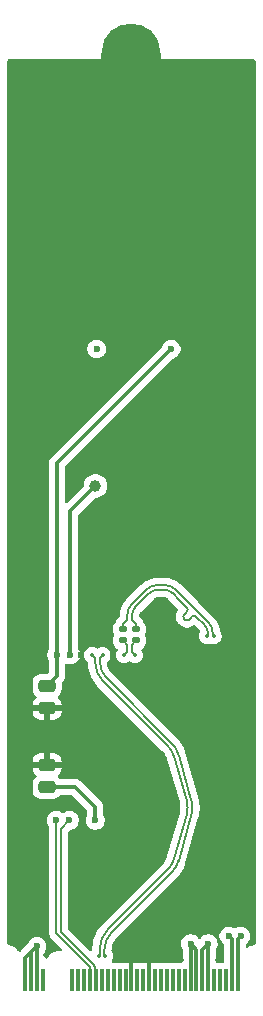
<source format=gbl>
%TF.GenerationSoftware,KiCad,Pcbnew,9.0.1*%
%TF.CreationDate,2025-04-25T13:26:34+02:00*%
%TF.ProjectId,m2-e-usdex,6d322d65-2d75-4736-9465-782e6b696361,rev?*%
%TF.SameCoordinates,Original*%
%TF.FileFunction,Copper,L6,Bot*%
%TF.FilePolarity,Positive*%
%FSLAX46Y46*%
G04 Gerber Fmt 4.6, Leading zero omitted, Abs format (unit mm)*
G04 Created by KiCad (PCBNEW 9.0.1) date 2025-04-25 13:26:34*
%MOMM*%
%LPD*%
G01*
G04 APERTURE LIST*
G04 Aperture macros list*
%AMRoundRect*
0 Rectangle with rounded corners*
0 $1 Rounding radius*
0 $2 $3 $4 $5 $6 $7 $8 $9 X,Y pos of 4 corners*
0 Add a 4 corners polygon primitive as box body*
4,1,4,$2,$3,$4,$5,$6,$7,$8,$9,$2,$3,0*
0 Add four circle primitives for the rounded corners*
1,1,$1+$1,$2,$3*
1,1,$1+$1,$4,$5*
1,1,$1+$1,$6,$7*
1,1,$1+$1,$8,$9*
0 Add four rect primitives between the rounded corners*
20,1,$1+$1,$2,$3,$4,$5,0*
20,1,$1+$1,$4,$5,$6,$7,0*
20,1,$1+$1,$6,$7,$8,$9,0*
20,1,$1+$1,$8,$9,$2,$3,0*%
G04 Aperture macros list end*
%TA.AperFunction,ConnectorPad*%
%ADD10R,0.350000X1.950000*%
%TD*%
%TA.AperFunction,ConnectorPad*%
%ADD11O,5.000000X6.000000*%
%TD*%
%TA.AperFunction,SMDPad,CuDef*%
%ADD12C,1.000000*%
%TD*%
%TA.AperFunction,SMDPad,CuDef*%
%ADD13RoundRect,0.250000X-0.475000X0.250000X-0.475000X-0.250000X0.475000X-0.250000X0.475000X0.250000X0*%
%TD*%
%TA.AperFunction,SMDPad,CuDef*%
%ADD14RoundRect,0.140000X0.170000X-0.140000X0.170000X0.140000X-0.170000X0.140000X-0.170000X-0.140000X0*%
%TD*%
%TA.AperFunction,SMDPad,CuDef*%
%ADD15RoundRect,0.140000X-0.170000X0.140000X-0.170000X-0.140000X0.170000X-0.140000X0.170000X0.140000X0*%
%TD*%
%TA.AperFunction,SMDPad,CuDef*%
%ADD16RoundRect,0.250000X0.475000X-0.250000X0.475000X0.250000X-0.475000X0.250000X-0.475000X-0.250000X0*%
%TD*%
%TA.AperFunction,ViaPad*%
%ADD17C,0.600000*%
%TD*%
%TA.AperFunction,ViaPad*%
%ADD18C,0.350000*%
%TD*%
%TA.AperFunction,Conductor*%
%ADD19C,0.350000*%
%TD*%
%TA.AperFunction,Conductor*%
%ADD20C,0.200000*%
%TD*%
%TA.AperFunction,Conductor*%
%ADD21C,0.205232*%
%TD*%
G04 APERTURE END LIST*
D10*
%TO.P,J1,2,3.3V*%
%TO.N,+3V3*%
X278250000Y-135250000D03*
%TO.P,J1,4,3.3V*%
X277750000Y-135250000D03*
%TO.P,J1,6,PWRDIS/NC*%
%TO.N,unconnected-(J1-PWRDIS{slash}NC-Pad6)*%
X277250000Y-135250000D03*
%TO.P,J1,8,~{PLN}/NC*%
%TO.N,unconnected-(J1-~{PLN}{slash}NC-Pad8)*%
X276750000Y-135250000D03*
%TO.P,J1,10,~{LED1}/DAS/~{DSS}*%
%TO.N,unconnected-(J1-~{LED1}{slash}DAS{slash}~{DSS}-Pad10)*%
X276250000Y-135250000D03*
%TO.P,J1,12,3.3V*%
%TO.N,+3V3*%
X275750000Y-135250000D03*
%TO.P,J1,14,3.3V*%
X275250000Y-135250000D03*
%TO.P,J1,16,3.3V*%
X274750000Y-135250000D03*
%TO.P,J1,18,3.3V*%
X274250000Y-135250000D03*
%TO.P,J1,20,NC*%
%TO.N,unconnected-(J1-NC-Pad20)*%
X273750000Y-135250000D03*
%TO.P,J1,22,VIO-1.8V/NC*%
%TO.N,unconnected-(J1-VIO-1.8V{slash}NC-Pad22)*%
X273250000Y-135250000D03*
%TO.P,J1,24,NC*%
%TO.N,unconnected-(J1-NC-Pad24)*%
X272750000Y-135250000D03*
%TO.P,J1,26,NC*%
%TO.N,unconnected-(J1-NC-Pad26)*%
X272250000Y-135250000D03*
%TO.P,J1,28,NC*%
%TO.N,unconnected-(J1-NC-Pad28)*%
X271750000Y-135250000D03*
%TO.P,J1,30,~{PLA_S3}/NC*%
%TO.N,unconnected-(J1-~{PLA_S3}{slash}NC-Pad30)*%
X271250000Y-135250000D03*
%TO.P,J1,32,GND/NC*%
%TO.N,GND*%
X270750000Y-135250000D03*
%TO.P,J1,34,USB_D+/NC*%
%TO.N,unconnected-(J1-USB_D+{slash}NC-Pad34)*%
X270250000Y-135250000D03*
%TO.P,J1,36,USB_D-/NC*%
%TO.N,unconnected-(J1-USB_D-{slash}NC-Pad36)*%
X269750000Y-135250000D03*
%TO.P,J1,38,GND/DEVSLP*%
%TO.N,GND*%
X269250000Y-135250000D03*
%TO.P,J1,40,SMB_CLK*%
%TO.N,unconnected-(J1-SMB_CLK-Pad40)*%
X268750000Y-135250000D03*
%TO.P,J1,42,SMB_DATA*%
%TO.N,unconnected-(J1-SMB_DATA-Pad42)*%
X268250000Y-135250000D03*
%TO.P,J1,44,~{ALERT}*%
%TO.N,unconnected-(J1-~{ALERT}-Pad44)*%
X267750000Y-135250000D03*
%TO.P,J1,46,NC*%
%TO.N,unconnected-(J1-NC-Pad46)*%
X267250000Y-135250000D03*
%TO.P,J1,48,NC*%
%TO.N,unconnected-(J1-NC-Pad48)*%
X266750000Y-135250000D03*
%TO.P,J1,50,~{PERST}*%
%TO.N,~{PERST}*%
X266250000Y-135250000D03*
%TO.P,J1,52,~{CLKREQ}*%
%TO.N,~{CLKREQ}*%
X265750000Y-135250000D03*
%TO.P,J1,54,~{PEWAKE}*%
%TO.N,unconnected-(J1-~{PEWAKE}-Pad54)*%
X265250000Y-135250000D03*
%TO.P,J1,56,MFG_DATA*%
%TO.N,unconnected-(J1-MFG_DATA-Pad56)*%
X264750000Y-135250000D03*
%TO.P,J1,58,MFG_CLOCK*%
%TO.N,unconnected-(J1-MFG_CLOCK-Pad58)*%
X264250000Y-135250000D03*
%TO.P,J1,68,SUSCLK*%
%TO.N,unconnected-(J1-SUSCLK-Pad68)*%
X261750000Y-135250000D03*
%TO.P,J1,70,3.3V*%
%TO.N,+3V3*%
X261250000Y-135250000D03*
%TO.P,J1,72,3.3V*%
X260750000Y-135250000D03*
%TO.P,J1,74,3.3V*%
X260250000Y-135250000D03*
D11*
%TO.P,J1,77,GND*%
%TO.N,GND*%
X269250000Y-57275000D03*
%TD*%
D12*
%TO.P,TP1,1,1*%
%TO.N,Net-(J2-1V2)*%
X266200000Y-93400000D03*
%TD*%
D13*
%TO.P,C6,1*%
%TO.N,+1V8*%
X262100000Y-110300000D03*
%TO.P,C6,2*%
%TO.N,GND*%
X262100000Y-112200000D03*
%TD*%
D14*
%TO.P,C5,1*%
%TO.N,PCIe_RX_CARD+*%
X269640000Y-106480000D03*
%TO.P,C5,2*%
%TO.N,PCIe_RX+*%
X269640000Y-105520000D03*
%TD*%
D15*
%TO.P,C4,1*%
%TO.N,PCIe_RX-*%
X268530000Y-105520000D03*
%TO.P,C4,2*%
%TO.N,PCIe_RX_CARD-*%
X268530000Y-106480000D03*
%TD*%
D16*
%TO.P,C3,1*%
%TO.N,+3V3*%
X262100000Y-118900000D03*
%TO.P,C3,2*%
%TO.N,GND*%
X262100000Y-117000000D03*
%TD*%
D17*
%TO.N,GND*%
X259200000Y-84000000D03*
X279000000Y-58000000D03*
X279000000Y-128000000D03*
X273000000Y-58000000D03*
X267720000Y-107700000D03*
X259200000Y-62000000D03*
X259200000Y-80000000D03*
X259200000Y-70000000D03*
X259500000Y-128000000D03*
X264990000Y-107700000D03*
X279000000Y-104000000D03*
X279000000Y-64000000D03*
X259200000Y-98000000D03*
X259200000Y-100000000D03*
X279000000Y-126000000D03*
X279000000Y-120000000D03*
X259200000Y-96000000D03*
X279000000Y-60000000D03*
X259200000Y-78000000D03*
X267030000Y-106000000D03*
D18*
X270500000Y-133550000D03*
D17*
X279000000Y-78000000D03*
D18*
X260000000Y-132350000D03*
D17*
X279000000Y-72000000D03*
X279000000Y-112000000D03*
X259200000Y-86000000D03*
X279000000Y-68000000D03*
X279000000Y-80000000D03*
X259200000Y-60000000D03*
X279000000Y-70000000D03*
X279000000Y-62000000D03*
X279000000Y-98000000D03*
X279000000Y-76000000D03*
X279000000Y-86000000D03*
X259800000Y-113650000D03*
X279000000Y-106000000D03*
X279000000Y-90000000D03*
D18*
X273500000Y-133550000D03*
D17*
X259200000Y-66000000D03*
X259200000Y-82000000D03*
X259800000Y-120850000D03*
X279000000Y-92000000D03*
D18*
X269000000Y-133550000D03*
D17*
X279000000Y-66000000D03*
X279000000Y-100000000D03*
X259200000Y-92000000D03*
X279000000Y-102000000D03*
X279000000Y-84000000D03*
X270450000Y-107700000D03*
X279000000Y-122000000D03*
X279000000Y-118000000D03*
X279000000Y-110000000D03*
X259200000Y-76000000D03*
X279000000Y-96000000D03*
X259500000Y-124000000D03*
X279000000Y-124000000D03*
X259200000Y-104000000D03*
X259200000Y-72000000D03*
X271140000Y-106000000D03*
X275000000Y-58000000D03*
X259200000Y-94000000D03*
X279000000Y-74000000D03*
D18*
X261900000Y-133100000D03*
D17*
X279000000Y-88000000D03*
X279000000Y-94000000D03*
D18*
X272000000Y-133550000D03*
D17*
X263000000Y-58000000D03*
X261000000Y-58000000D03*
X279000000Y-82000000D03*
X259200000Y-74000000D03*
X259800000Y-108150000D03*
X270640000Y-104700000D03*
D18*
X276500000Y-133550000D03*
D17*
X259200000Y-88000000D03*
X265000000Y-58000000D03*
X268390000Y-121700000D03*
X267530000Y-104700000D03*
X279000000Y-114000000D03*
X259200000Y-68000000D03*
X259200000Y-90000000D03*
X259200000Y-58000000D03*
X259500000Y-126000000D03*
X279000000Y-130000000D03*
X259200000Y-102000000D03*
X259200000Y-64000000D03*
X279000000Y-108000000D03*
X277000000Y-58000000D03*
%TO.N,+3V3*%
X275750000Y-132150000D03*
X266300000Y-81800000D03*
X274250000Y-132150000D03*
X266190000Y-121700000D03*
X277500000Y-131500000D03*
X261250000Y-132350000D03*
X278500000Y-131500000D03*
%TO.N,~{CLKREQ}*%
X262890000Y-121700000D03*
%TO.N,~{PERST}*%
X263990000Y-121700000D03*
%TO.N,+1V8*%
X262930000Y-107700000D03*
X272600000Y-81800000D03*
%TO.N,Net-(J2-1V2)*%
X264080000Y-107700000D03*
D18*
%TO.N,PCIe_RX_CARD-*%
X268630000Y-107700000D03*
%TO.N,PCIe_RX-*%
X276206600Y-106100000D03*
%TO.N,PCIe_RX+*%
X275653400Y-106100000D03*
%TO.N,PCIe_RX_CARD+*%
X269540000Y-107700000D03*
%TO.N,PCIe_TX+*%
X266473400Y-133200000D03*
X265900000Y-107700000D03*
%TO.N,PCIe_TX-*%
X266810000Y-107700000D03*
X267026600Y-133200000D03*
%TD*%
D19*
%TO.N,GND*%
X269250000Y-133800000D02*
X269000000Y-133550000D01*
X270750000Y-133800000D02*
X270500000Y-133550000D01*
X269250000Y-135250000D02*
X269250000Y-133800000D01*
X270750000Y-135250000D02*
X270750000Y-133800000D01*
%TO.N,+3V3*%
X274750000Y-132650000D02*
X274250000Y-132150000D01*
X275750000Y-135250000D02*
X275750000Y-132100000D01*
X260250000Y-135250000D02*
X260250000Y-133350000D01*
X260750000Y-135250000D02*
X260750000Y-132850000D01*
X260750000Y-132850000D02*
X261250000Y-132350000D01*
X266190000Y-120590000D02*
X264500000Y-118900000D01*
X266190000Y-121700000D02*
X266190000Y-120590000D01*
X274750000Y-135250000D02*
X274750000Y-132650000D01*
X274250000Y-135250000D02*
X274250000Y-132150000D01*
X277750000Y-135250000D02*
X277750000Y-131750000D01*
X275250000Y-132650000D02*
X275750000Y-132150000D01*
X278250000Y-135250000D02*
X278250000Y-131750000D01*
X277750000Y-131750000D02*
X277500000Y-131500000D01*
X278250000Y-131750000D02*
X278500000Y-131500000D01*
X264500000Y-118900000D02*
X262100000Y-118900000D01*
X260250000Y-133350000D02*
X261250000Y-132350000D01*
X275250000Y-135250000D02*
X275250000Y-132650000D01*
X261250000Y-135250000D02*
X261250000Y-132550000D01*
D20*
%TO.N,~{CLKREQ}*%
X262890000Y-131280000D02*
X262890000Y-121700000D01*
X265750000Y-134140000D02*
X262890000Y-131280000D01*
X265750000Y-135250000D02*
X265750000Y-134140000D01*
%TO.N,~{PERST}*%
X266176000Y-135046000D02*
X266176000Y-134024000D01*
X263241000Y-122449000D02*
X263990000Y-121700000D01*
X263241000Y-131134612D02*
X263241000Y-122449000D01*
X266101000Y-134024000D02*
X266101000Y-133994612D01*
X266176000Y-134024000D02*
X266101000Y-134024000D01*
X266101000Y-133994612D02*
X263241000Y-131134612D01*
X266250000Y-135250000D02*
X266250000Y-135120000D01*
X266250000Y-135120000D02*
X266176000Y-135046000D01*
D19*
%TO.N,+1V8*%
X262930000Y-107700000D02*
X262930000Y-91470000D01*
X262930000Y-107700000D02*
X262930000Y-109470000D01*
X262930000Y-91470000D02*
X272600000Y-81800000D01*
X262930000Y-109470000D02*
X262100000Y-110300000D01*
%TO.N,Net-(J2-1V2)*%
X266200000Y-93400000D02*
X264080000Y-95520000D01*
X264080000Y-95520000D02*
X264080000Y-107700000D01*
D21*
%TO.N,PCIe_RX_CARD-*%
X268530000Y-106480000D02*
X268880783Y-106830783D01*
X268880783Y-106830783D02*
X268880783Y-107449217D01*
X268880783Y-107449217D02*
X268630000Y-107700000D01*
%TO.N,PCIe_RX-*%
X276134217Y-106027617D02*
X276134217Y-105878803D01*
X272041198Y-101785784D02*
X271468802Y-101785784D01*
X268880784Y-104704215D02*
X268530000Y-105054999D01*
X268530000Y-105054999D02*
X268530000Y-105520000D01*
X276206600Y-106100000D02*
X276134217Y-106027617D01*
X275721697Y-104882891D02*
X273037110Y-102198304D01*
X270472890Y-102198304D02*
X269293304Y-103377890D01*
X268880784Y-104373802D02*
X268880784Y-104704215D01*
X271468802Y-101785784D02*
G75*
G03*
X270472892Y-102198306I-2J-1408416D01*
G01*
X272041198Y-101785784D02*
G75*
G02*
X273037108Y-102198306I2J-1408416D01*
G01*
X276134217Y-105878803D02*
G75*
G03*
X275721695Y-104882893I-1408417J3D01*
G01*
X269293304Y-103377890D02*
G75*
G03*
X268880780Y-104373802I995896J-995910D01*
G01*
%TO.N,PCIe_RX+*%
X274378339Y-104456557D02*
X274118537Y-104716356D01*
X272041196Y-102194216D02*
X271468804Y-102194216D01*
X269640000Y-105054999D02*
X269640000Y-105520000D01*
X273954073Y-103692879D02*
X273869222Y-103608028D01*
X269289216Y-104373804D02*
X269289216Y-104704215D01*
X275653400Y-106100000D02*
X275725783Y-106027617D01*
X275432890Y-105171696D02*
X274717751Y-104456557D01*
X273694272Y-104292091D02*
X273954073Y-104032291D01*
X275725783Y-106027617D02*
X275725783Y-105878803D01*
X273869222Y-103608028D02*
X273283474Y-103022280D01*
X270761697Y-102487109D02*
X269582109Y-103666697D01*
X273779125Y-104716356D02*
X273694272Y-104631503D01*
X273283474Y-103022280D02*
X272748303Y-102487109D01*
X269289216Y-104704215D02*
X269640000Y-105054999D01*
X271468804Y-102194216D02*
G75*
G03*
X270761699Y-102487111I-4J-999984D01*
G01*
X274717751Y-104456557D02*
G75*
G03*
X274378339Y-104456557I-169706J-169701D01*
G01*
X274118537Y-104716356D02*
G75*
G02*
X273779125Y-104716356I-169706J169701D01*
G01*
X269582109Y-103666697D02*
G75*
G03*
X269289214Y-104373804I707091J-707103D01*
G01*
X275725783Y-105878803D02*
G75*
G03*
X275432888Y-105171698I-999983J3D01*
G01*
X272748303Y-102487109D02*
G75*
G03*
X272041196Y-102194214I-707103J-707091D01*
G01*
X273694272Y-104631503D02*
G75*
G02*
X273694275Y-104292094I169728J169703D01*
G01*
X273954073Y-104032291D02*
G75*
G03*
X273954058Y-103692894I-169673J169691D01*
G01*
%TO.N,PCIe_RX_CARD+*%
X269640000Y-106480000D02*
X269289217Y-106830783D01*
X269289217Y-106830783D02*
X269289217Y-107449217D01*
X269289217Y-107449217D02*
X269540000Y-107700000D01*
%TO.N,PCIe_TX+*%
X272842113Y-124999962D02*
X273921153Y-121189995D01*
X266473400Y-133200000D02*
X266545783Y-133127617D01*
X266545783Y-133127617D02*
X266545783Y-132653016D01*
X266150783Y-107950783D02*
X265900000Y-107700000D01*
X272332013Y-115420819D02*
X266856196Y-109945002D01*
X267251197Y-130949997D02*
X272332014Y-125869180D01*
X266150783Y-108241984D02*
X266150783Y-107950783D01*
X272842113Y-116290038D02*
X273921153Y-120100005D01*
X266856196Y-109945002D02*
G75*
G02*
X266150790Y-108241984I1703004J1703002D01*
G01*
X273921153Y-121189995D02*
G75*
G03*
X273921153Y-120100005I-1924353J544995D01*
G01*
X266545783Y-132653016D02*
G75*
G02*
X267251192Y-130949992I2408417J16D01*
G01*
X272332013Y-115420819D02*
G75*
G02*
X272842099Y-116290042I-1414213J-1414181D01*
G01*
X272842113Y-124999962D02*
G75*
G02*
X272332024Y-125869190I-1924313J544962D01*
G01*
%TO.N,PCIe_TX-*%
X267540004Y-131238802D02*
X272620818Y-126157988D01*
X266954217Y-133127617D02*
X266954217Y-132653016D01*
X266559217Y-107950783D02*
X266810000Y-107700000D01*
X266559217Y-108241984D02*
X266559217Y-107950783D01*
X273235088Y-116178740D02*
X274314129Y-119988709D01*
X272620818Y-115132012D02*
X267145003Y-109656197D01*
X273235088Y-125111261D02*
X274314129Y-121301291D01*
X267026600Y-133200000D02*
X266954217Y-133127617D01*
X266559217Y-108241984D02*
G75*
G03*
X267144998Y-109656202I1999983J-16D01*
G01*
X273235088Y-116178740D02*
G75*
G03*
X272620827Y-115132003I-2317288J-656260D01*
G01*
X274314129Y-119988709D02*
G75*
G02*
X274314129Y-121301291I-2317329J-656291D01*
G01*
X267540004Y-131238802D02*
G75*
G03*
X266954223Y-132653016I1414196J-1414198D01*
G01*
X272620818Y-126157988D02*
G75*
G03*
X273235075Y-125111257I-1703018J1702988D01*
G01*
%TD*%
%TA.AperFunction,Conductor*%
%TO.N,GND*%
G36*
X267025864Y-57295185D02*
G01*
X267071619Y-57347989D01*
X267078929Y-57368662D01*
X267105416Y-57471822D01*
X267209655Y-57735102D01*
X267209659Y-57735110D01*
X267346078Y-57983256D01*
X267346090Y-57983274D01*
X267512524Y-58212350D01*
X267512532Y-58212360D01*
X267706379Y-58418786D01*
X267924578Y-58599296D01*
X268071711Y-58692669D01*
X268163670Y-58751028D01*
X268419898Y-58871599D01*
X268689217Y-58959107D01*
X268967380Y-59012169D01*
X268967385Y-59012169D01*
X268967390Y-59012170D01*
X269249995Y-59029950D01*
X269250000Y-59029950D01*
X269250005Y-59029950D01*
X269532609Y-59012170D01*
X269532612Y-59012169D01*
X269532620Y-59012169D01*
X269810783Y-58959107D01*
X270080102Y-58871599D01*
X270336330Y-58751028D01*
X270575426Y-58599293D01*
X270793619Y-58418788D01*
X270987469Y-58212359D01*
X271153917Y-57983263D01*
X271290340Y-57735111D01*
X271306504Y-57694287D01*
X271394583Y-57471822D01*
X271394585Y-57471818D01*
X271421071Y-57368661D01*
X271456809Y-57308624D01*
X271519333Y-57277439D01*
X271541175Y-57275500D01*
X279625500Y-57275500D01*
X279692539Y-57295185D01*
X279738294Y-57347989D01*
X279749500Y-57399500D01*
X279749500Y-132153563D01*
X279729815Y-132220602D01*
X279677011Y-132266357D01*
X279647032Y-132275679D01*
X279464082Y-132307937D01*
X279283134Y-132373797D01*
X279283127Y-132373800D01*
X279111679Y-132472786D01*
X279110404Y-132470577D01*
X279109652Y-132470830D01*
X279101011Y-132478318D01*
X279077134Y-132481751D01*
X279054261Y-132489433D01*
X279043171Y-132486634D01*
X279031853Y-132488262D01*
X279009906Y-132478239D01*
X278986515Y-132472336D01*
X278978700Y-132463988D01*
X278968297Y-132459237D01*
X278955253Y-132438940D01*
X278938766Y-132421328D01*
X278935731Y-132408563D01*
X278930523Y-132400459D01*
X278925500Y-132365524D01*
X278925500Y-132244722D01*
X278945185Y-132177683D01*
X278980611Y-132141619D01*
X279003774Y-132126142D01*
X279010289Y-132121789D01*
X279121789Y-132010289D01*
X279209394Y-131879179D01*
X279269737Y-131733497D01*
X279300500Y-131578842D01*
X279300500Y-131421158D01*
X279300500Y-131421155D01*
X279300499Y-131421153D01*
X279269738Y-131266510D01*
X279269737Y-131266503D01*
X279269735Y-131266498D01*
X279209397Y-131120827D01*
X279209390Y-131120814D01*
X279121789Y-130989711D01*
X279121786Y-130989707D01*
X279010292Y-130878213D01*
X279010288Y-130878210D01*
X278879185Y-130790609D01*
X278879172Y-130790602D01*
X278733501Y-130730264D01*
X278733489Y-130730261D01*
X278578845Y-130699500D01*
X278578842Y-130699500D01*
X278421158Y-130699500D01*
X278421155Y-130699500D01*
X278266510Y-130730261D01*
X278266498Y-130730264D01*
X278120827Y-130790602D01*
X278120814Y-130790609D01*
X278068891Y-130825304D01*
X278002214Y-130846182D01*
X277934833Y-130827698D01*
X277931109Y-130825304D01*
X277879185Y-130790609D01*
X277879172Y-130790602D01*
X277733501Y-130730264D01*
X277733489Y-130730261D01*
X277578845Y-130699500D01*
X277578842Y-130699500D01*
X277421158Y-130699500D01*
X277421155Y-130699500D01*
X277266510Y-130730261D01*
X277266498Y-130730264D01*
X277120827Y-130790602D01*
X277120814Y-130790609D01*
X276989711Y-130878210D01*
X276989707Y-130878213D01*
X276878213Y-130989707D01*
X276878210Y-130989711D01*
X276790609Y-131120814D01*
X276790602Y-131120827D01*
X276730264Y-131266498D01*
X276730261Y-131266510D01*
X276699500Y-131421153D01*
X276699500Y-131578846D01*
X276730261Y-131733489D01*
X276730264Y-131733501D01*
X276790602Y-131879172D01*
X276790609Y-131879185D01*
X276878210Y-132010288D01*
X276878213Y-132010292D01*
X276989707Y-132121786D01*
X276989712Y-132121790D01*
X277019389Y-132141619D01*
X277064195Y-132195230D01*
X277074500Y-132244722D01*
X277074500Y-133650500D01*
X277054815Y-133717539D01*
X277002011Y-133763294D01*
X276950500Y-133774500D01*
X276549500Y-133774500D01*
X276482461Y-133754815D01*
X276436706Y-133702011D01*
X276425500Y-133650500D01*
X276425500Y-132617519D01*
X276445185Y-132550480D01*
X276446398Y-132548628D01*
X276459394Y-132529179D01*
X276519737Y-132383497D01*
X276550500Y-132228842D01*
X276550500Y-132071158D01*
X276550500Y-132071155D01*
X276550499Y-132071153D01*
X276530543Y-131970827D01*
X276519737Y-131916503D01*
X276519735Y-131916498D01*
X276459397Y-131770827D01*
X276459390Y-131770814D01*
X276371789Y-131639711D01*
X276371786Y-131639707D01*
X276260292Y-131528213D01*
X276260288Y-131528210D01*
X276129185Y-131440609D01*
X276129172Y-131440602D01*
X275983501Y-131380264D01*
X275983489Y-131380261D01*
X275828845Y-131349500D01*
X275828842Y-131349500D01*
X275671158Y-131349500D01*
X275671155Y-131349500D01*
X275516510Y-131380261D01*
X275516498Y-131380264D01*
X275370827Y-131440602D01*
X275370814Y-131440609D01*
X275239711Y-131528210D01*
X275239707Y-131528213D01*
X275128213Y-131639707D01*
X275103102Y-131677289D01*
X275049489Y-131722093D01*
X274980164Y-131730800D01*
X274917137Y-131700645D01*
X274896898Y-131677289D01*
X274886992Y-131662464D01*
X274871789Y-131639711D01*
X274871788Y-131639710D01*
X274871786Y-131639707D01*
X274760292Y-131528213D01*
X274760288Y-131528210D01*
X274629185Y-131440609D01*
X274629172Y-131440602D01*
X274483501Y-131380264D01*
X274483489Y-131380261D01*
X274328845Y-131349500D01*
X274328842Y-131349500D01*
X274171158Y-131349500D01*
X274171155Y-131349500D01*
X274016510Y-131380261D01*
X274016498Y-131380264D01*
X273870827Y-131440602D01*
X273870814Y-131440609D01*
X273739711Y-131528210D01*
X273739707Y-131528213D01*
X273628213Y-131639707D01*
X273628210Y-131639711D01*
X273540609Y-131770814D01*
X273540602Y-131770827D01*
X273480264Y-131916498D01*
X273480261Y-131916510D01*
X273449500Y-132071153D01*
X273449500Y-132228846D01*
X273480261Y-132383489D01*
X273480264Y-132383501D01*
X273540603Y-132529174D01*
X273540604Y-132529175D01*
X273540606Y-132529179D01*
X273553602Y-132548628D01*
X273574480Y-132615305D01*
X273574500Y-132617519D01*
X273574500Y-133650500D01*
X273554815Y-133717539D01*
X273502011Y-133763294D01*
X273450500Y-133774500D01*
X273027133Y-133774500D01*
X273027121Y-133774501D01*
X273013248Y-133775992D01*
X272986756Y-133775991D01*
X272972889Y-133774501D01*
X272972875Y-133774500D01*
X272972873Y-133774500D01*
X272972870Y-133774500D01*
X272527133Y-133774500D01*
X272527121Y-133774501D01*
X272513248Y-133775992D01*
X272486756Y-133775991D01*
X272472889Y-133774501D01*
X272472875Y-133774500D01*
X272472873Y-133774500D01*
X272472870Y-133774500D01*
X272027133Y-133774500D01*
X272027121Y-133774501D01*
X272013248Y-133775992D01*
X271986756Y-133775991D01*
X271972889Y-133774501D01*
X271972875Y-133774500D01*
X271972873Y-133774500D01*
X271972870Y-133774500D01*
X271527133Y-133774500D01*
X271527121Y-133774501D01*
X271513248Y-133775992D01*
X271486756Y-133775991D01*
X271472889Y-133774501D01*
X271472875Y-133774500D01*
X271472873Y-133774500D01*
X271472870Y-133774500D01*
X271027130Y-133774500D01*
X271027116Y-133774501D01*
X271010906Y-133776244D01*
X270984404Y-133776244D01*
X270972835Y-133775000D01*
X270527169Y-133775000D01*
X270515594Y-133776244D01*
X270489100Y-133776243D01*
X270472889Y-133774501D01*
X270472875Y-133774500D01*
X270472873Y-133774500D01*
X270472870Y-133774500D01*
X270027133Y-133774500D01*
X270027121Y-133774501D01*
X270013248Y-133775992D01*
X269986756Y-133775991D01*
X269972889Y-133774501D01*
X269972875Y-133774500D01*
X269972873Y-133774500D01*
X269972870Y-133774500D01*
X269527130Y-133774500D01*
X269527116Y-133774501D01*
X269510906Y-133776244D01*
X269484404Y-133776244D01*
X269472835Y-133775000D01*
X269027169Y-133775000D01*
X269015594Y-133776244D01*
X268989100Y-133776243D01*
X268972889Y-133774501D01*
X268972875Y-133774500D01*
X268972873Y-133774500D01*
X268972870Y-133774500D01*
X268527133Y-133774500D01*
X268527121Y-133774501D01*
X268513248Y-133775992D01*
X268486756Y-133775991D01*
X268472889Y-133774501D01*
X268472875Y-133774500D01*
X268472873Y-133774500D01*
X268472870Y-133774500D01*
X268027133Y-133774500D01*
X268027121Y-133774501D01*
X268013248Y-133775992D01*
X267986756Y-133775991D01*
X267972889Y-133774501D01*
X267972875Y-133774500D01*
X267972873Y-133774500D01*
X267972870Y-133774500D01*
X267687135Y-133774500D01*
X267620096Y-133754815D01*
X267574341Y-133702011D01*
X267564397Y-133632853D01*
X267584032Y-133581611D01*
X267625220Y-133519969D01*
X267676140Y-133397036D01*
X267690890Y-133322884D01*
X267702100Y-133266533D01*
X267702100Y-133133466D01*
X267676141Y-133002969D01*
X267676140Y-133002968D01*
X267676140Y-133002964D01*
X267625220Y-132880031D01*
X267625214Y-132880022D01*
X267578230Y-132809703D01*
X267572579Y-132791657D01*
X267562356Y-132775749D01*
X267557904Y-132744786D01*
X267557353Y-132743026D01*
X267557333Y-132740814D01*
X267557333Y-132726247D01*
X267557334Y-132726243D01*
X267557333Y-132657075D01*
X267557598Y-132648966D01*
X267568751Y-132478781D01*
X267570865Y-132462719D01*
X267603345Y-132299425D01*
X267607534Y-132283792D01*
X267661057Y-132126116D01*
X267667247Y-132111174D01*
X267740885Y-131961848D01*
X267748982Y-131947824D01*
X267841484Y-131809385D01*
X267851339Y-131796541D01*
X267963743Y-131668369D01*
X267969260Y-131662479D01*
X272995504Y-126636236D01*
X272995507Y-126636235D01*
X273010975Y-126620767D01*
X273011058Y-126620721D01*
X273047297Y-126584460D01*
X273047298Y-126584461D01*
X273079326Y-126552414D01*
X273103431Y-126528310D01*
X273103431Y-126528309D01*
X273109617Y-126522124D01*
X273109731Y-126521990D01*
X273155839Y-126475859D01*
X273349768Y-126237757D01*
X273518475Y-125981165D01*
X273660210Y-125708745D01*
X273773504Y-125423323D01*
X273791372Y-125360293D01*
X273791485Y-125359976D01*
X273793741Y-125352008D01*
X273793743Y-125352006D01*
X274895819Y-121460700D01*
X274895824Y-121460701D01*
X274895824Y-121460679D01*
X274932222Y-121332266D01*
X274982945Y-121059698D01*
X275008414Y-120783623D01*
X275008414Y-120506377D01*
X274982945Y-120230302D01*
X274932222Y-119957734D01*
X274895813Y-119829275D01*
X274895814Y-119829274D01*
X274895806Y-119829252D01*
X274871296Y-119742710D01*
X273793743Y-115937995D01*
X273793742Y-115937993D01*
X273791613Y-115930476D01*
X273791429Y-115929958D01*
X273773491Y-115866683D01*
X273660198Y-115581261D01*
X273518463Y-115308843D01*
X273349757Y-115052252D01*
X273155829Y-114814150D01*
X273155658Y-114813979D01*
X273109366Y-114767660D01*
X273109366Y-114767661D01*
X273103474Y-114761766D01*
X273103431Y-114761690D01*
X273044149Y-114702408D01*
X272995507Y-114653765D01*
X272995506Y-114653764D01*
X272991182Y-114649440D01*
X272991171Y-114649430D01*
X267574350Y-109232609D01*
X267568803Y-109226687D01*
X267550550Y-109205874D01*
X267456351Y-109098460D01*
X267446477Y-109085591D01*
X267353999Y-108947187D01*
X267345889Y-108933141D01*
X267339330Y-108919841D01*
X267272260Y-108783836D01*
X267266055Y-108768856D01*
X267212545Y-108611215D01*
X267208348Y-108595549D01*
X267183323Y-108469737D01*
X267175873Y-108432284D01*
X267173758Y-108416227D01*
X267169218Y-108346956D01*
X267184476Y-108278776D01*
X267224064Y-108235747D01*
X267240606Y-108224695D01*
X267334695Y-108130606D01*
X267408620Y-108019969D01*
X267459540Y-107897036D01*
X267468035Y-107854325D01*
X267485500Y-107766533D01*
X267485500Y-107633466D01*
X267459541Y-107502969D01*
X267459540Y-107502968D01*
X267459540Y-107502964D01*
X267444438Y-107466503D01*
X267408623Y-107380038D01*
X267408622Y-107380037D01*
X267408620Y-107380031D01*
X267369061Y-107320827D01*
X267334698Y-107269398D01*
X267334692Y-107269390D01*
X267240609Y-107175307D01*
X267240601Y-107175301D01*
X267129979Y-107101386D01*
X267129972Y-107101382D01*
X267129969Y-107101380D01*
X267129965Y-107101378D01*
X267129961Y-107101376D01*
X267007040Y-107050461D01*
X267007030Y-107050458D01*
X266876533Y-107024500D01*
X266876531Y-107024500D01*
X266743469Y-107024500D01*
X266743467Y-107024500D01*
X266612969Y-107050458D01*
X266612959Y-107050461D01*
X266490038Y-107101376D01*
X266490022Y-107101385D01*
X266423889Y-107145573D01*
X266357212Y-107166450D01*
X266289832Y-107147965D01*
X266286111Y-107145573D01*
X266219977Y-107101385D01*
X266219973Y-107101383D01*
X266219969Y-107101380D01*
X266219965Y-107101378D01*
X266219961Y-107101376D01*
X266097040Y-107050461D01*
X266097030Y-107050458D01*
X265966533Y-107024500D01*
X265966531Y-107024500D01*
X265833469Y-107024500D01*
X265833467Y-107024500D01*
X265702969Y-107050458D01*
X265702959Y-107050461D01*
X265580038Y-107101376D01*
X265580020Y-107101386D01*
X265469398Y-107175301D01*
X265469390Y-107175307D01*
X265375307Y-107269390D01*
X265375301Y-107269398D01*
X265301386Y-107380020D01*
X265301376Y-107380038D01*
X265250461Y-107502959D01*
X265250458Y-107502969D01*
X265224500Y-107633466D01*
X265224500Y-107633469D01*
X265224500Y-107766531D01*
X265224500Y-107766533D01*
X265224499Y-107766533D01*
X265250458Y-107897030D01*
X265250461Y-107897040D01*
X265301376Y-108019961D01*
X265301386Y-108019979D01*
X265375301Y-108130601D01*
X265375307Y-108130609D01*
X265469390Y-108224692D01*
X265469395Y-108224696D01*
X265492563Y-108240176D01*
X265537369Y-108293787D01*
X265547674Y-108343279D01*
X265547674Y-108389928D01*
X265552697Y-108440928D01*
X265576673Y-108684386D01*
X265576673Y-108684388D01*
X265634398Y-108974603D01*
X265634400Y-108974609D01*
X265712662Y-109232609D01*
X265720295Y-109257769D01*
X265802937Y-109457289D01*
X265833526Y-109531137D01*
X265833530Y-109531144D01*
X265973009Y-109792094D01*
X266096864Y-109977456D01*
X266131839Y-110029801D01*
X266137403Y-110038127D01*
X266325108Y-110266847D01*
X266325118Y-110266858D01*
X266366509Y-110308248D01*
X266366520Y-110308261D01*
X271853759Y-115795499D01*
X271853760Y-115795500D01*
X271902735Y-115844476D01*
X271908137Y-115850233D01*
X271985376Y-115937995D01*
X272017768Y-115974799D01*
X272027416Y-115987282D01*
X272054726Y-116027687D01*
X272118114Y-116121473D01*
X272126101Y-116135084D01*
X272199016Y-116279699D01*
X272205210Y-116294214D01*
X272260564Y-116450874D01*
X272262955Y-116458395D01*
X272273733Y-116496452D01*
X272281772Y-116524837D01*
X272281773Y-116524840D01*
X272283364Y-116530455D01*
X273320904Y-120193888D01*
X273320905Y-120193890D01*
X273339694Y-120260236D01*
X273341739Y-120268541D01*
X273378681Y-120444460D01*
X273381033Y-120461394D01*
X273393131Y-120636451D01*
X273393131Y-120653549D01*
X273381033Y-120828605D01*
X273378681Y-120845539D01*
X273341739Y-121021458D01*
X273339694Y-121029762D01*
X273320905Y-121096109D01*
X273320904Y-121096112D01*
X272282868Y-124761295D01*
X272281775Y-124765156D01*
X272281772Y-124765163D01*
X272273088Y-124795824D01*
X272272125Y-124799228D01*
X272262893Y-124831825D01*
X272260501Y-124839348D01*
X272205224Y-124995790D01*
X272199030Y-125010305D01*
X272126114Y-125154922D01*
X272118127Y-125168533D01*
X272027431Y-125302723D01*
X272017780Y-125315209D01*
X271908311Y-125439591D01*
X271902908Y-125445349D01*
X266861052Y-130487206D01*
X266861036Y-130487214D01*
X266720104Y-130628145D01*
X266720103Y-130628146D01*
X266532398Y-130856865D01*
X266368007Y-131102894D01*
X266367996Y-131102912D01*
X266228523Y-131363851D01*
X266228513Y-131363872D01*
X266115289Y-131637221D01*
X266115287Y-131637226D01*
X266115285Y-131637232D01*
X266029392Y-131920388D01*
X266029391Y-131920392D01*
X266029391Y-131920393D01*
X265971665Y-132210609D01*
X265971665Y-132210612D01*
X265942666Y-132505074D01*
X265942667Y-132580606D01*
X265942667Y-132687681D01*
X265922982Y-132754720D01*
X265870178Y-132800475D01*
X265801020Y-132810419D01*
X265737464Y-132781394D01*
X265730986Y-132775362D01*
X263877819Y-130922195D01*
X263844334Y-130860872D01*
X263841500Y-130834514D01*
X263841500Y-122749097D01*
X263861185Y-122682058D01*
X263877813Y-122661421D01*
X264004663Y-122534571D01*
X264065982Y-122501089D01*
X264068150Y-122500638D01*
X264126085Y-122489113D01*
X264223497Y-122469737D01*
X264369179Y-122409394D01*
X264500289Y-122321789D01*
X264611789Y-122210289D01*
X264699394Y-122079179D01*
X264759737Y-121933497D01*
X264790500Y-121778842D01*
X264790500Y-121621158D01*
X264790500Y-121621155D01*
X264790499Y-121621153D01*
X264759738Y-121466510D01*
X264759737Y-121466503D01*
X264704134Y-121332264D01*
X264699397Y-121320827D01*
X264699390Y-121320814D01*
X264611789Y-121189711D01*
X264611786Y-121189707D01*
X264500292Y-121078213D01*
X264500288Y-121078210D01*
X264369185Y-120990609D01*
X264369172Y-120990602D01*
X264223501Y-120930264D01*
X264223489Y-120930261D01*
X264068845Y-120899500D01*
X264068842Y-120899500D01*
X263911158Y-120899500D01*
X263911155Y-120899500D01*
X263756510Y-120930261D01*
X263756498Y-120930264D01*
X263610827Y-120990602D01*
X263610814Y-120990609D01*
X263508891Y-121058713D01*
X263442213Y-121079591D01*
X263374833Y-121061107D01*
X263371109Y-121058713D01*
X263269185Y-120990609D01*
X263269172Y-120990602D01*
X263123501Y-120930264D01*
X263123489Y-120930261D01*
X262968845Y-120899500D01*
X262968842Y-120899500D01*
X262811158Y-120899500D01*
X262811155Y-120899500D01*
X262656510Y-120930261D01*
X262656498Y-120930264D01*
X262510827Y-120990602D01*
X262510814Y-120990609D01*
X262379711Y-121078210D01*
X262379707Y-121078213D01*
X262268213Y-121189707D01*
X262268210Y-121189711D01*
X262180609Y-121320814D01*
X262180602Y-121320827D01*
X262120264Y-121466498D01*
X262120261Y-121466510D01*
X262089500Y-121621153D01*
X262089500Y-121778846D01*
X262120261Y-121933489D01*
X262120264Y-121933501D01*
X262180602Y-122079172D01*
X262180609Y-122079185D01*
X262268602Y-122210874D01*
X262289480Y-122277551D01*
X262289500Y-122279765D01*
X262289500Y-131193330D01*
X262289499Y-131193348D01*
X262289499Y-131359054D01*
X262289498Y-131359054D01*
X262290786Y-131363859D01*
X262330423Y-131511785D01*
X262352198Y-131549500D01*
X262359358Y-131561900D01*
X262359359Y-131561904D01*
X262359360Y-131561904D01*
X262404795Y-131640602D01*
X262409479Y-131648714D01*
X262409481Y-131648717D01*
X262528349Y-131767585D01*
X262528355Y-131767590D01*
X263329127Y-132568362D01*
X263362612Y-132629685D01*
X263357628Y-132699377D01*
X263315756Y-132755310D01*
X263250292Y-132779727D01*
X263230006Y-132779514D01*
X263125002Y-132769785D01*
X263124999Y-132769785D01*
X262921917Y-132788602D01*
X262725752Y-132844417D01*
X262725739Y-132844422D01*
X262543178Y-132935327D01*
X262380418Y-133058237D01*
X262243019Y-133208958D01*
X262243017Y-133208960D01*
X262154927Y-133351232D01*
X262102899Y-133397868D01*
X262033917Y-133408972D01*
X261969883Y-133381019D01*
X261931127Y-133322884D01*
X261925500Y-133285955D01*
X261925500Y-132817519D01*
X261945185Y-132750480D01*
X261946398Y-132748628D01*
X261959394Y-132729179D01*
X262019737Y-132583497D01*
X262050500Y-132428842D01*
X262050500Y-132271158D01*
X262050500Y-132271155D01*
X262050499Y-132271153D01*
X262049545Y-132266357D01*
X262019737Y-132116503D01*
X262000955Y-132071158D01*
X261959397Y-131970827D01*
X261959390Y-131970814D01*
X261871789Y-131839711D01*
X261871786Y-131839707D01*
X261760292Y-131728213D01*
X261760288Y-131728210D01*
X261629185Y-131640609D01*
X261629172Y-131640602D01*
X261483501Y-131580264D01*
X261483489Y-131580261D01*
X261328845Y-131549500D01*
X261328842Y-131549500D01*
X261171158Y-131549500D01*
X261171155Y-131549500D01*
X261016510Y-131580261D01*
X261016498Y-131580264D01*
X260870827Y-131640602D01*
X260870814Y-131640609D01*
X260739711Y-131728210D01*
X260739707Y-131728213D01*
X260628213Y-131839707D01*
X260628210Y-131839711D01*
X260540609Y-131970814D01*
X260540602Y-131970827D01*
X260480263Y-132116500D01*
X260480262Y-132116503D01*
X260475698Y-132139449D01*
X260443311Y-132201359D01*
X260441762Y-132202935D01*
X259860113Y-132784584D01*
X259798790Y-132818069D01*
X259729098Y-132813085D01*
X259673165Y-132771213D01*
X259665045Y-132758903D01*
X259660182Y-132750480D01*
X259654921Y-132741368D01*
X259577387Y-132648966D01*
X259531144Y-132593855D01*
X259383633Y-132470080D01*
X259383632Y-132470079D01*
X259277083Y-132408563D01*
X259216872Y-132373800D01*
X259216869Y-132373799D01*
X259216868Y-132373798D01*
X259194019Y-132365482D01*
X259035917Y-132307937D01*
X258852968Y-132275679D01*
X258790365Y-132244652D01*
X258754474Y-132184705D01*
X258750500Y-132153563D01*
X258750500Y-118599983D01*
X260874500Y-118599983D01*
X260874500Y-119200001D01*
X260874501Y-119200019D01*
X260885000Y-119302796D01*
X260885001Y-119302799D01*
X260940185Y-119469331D01*
X260940186Y-119469334D01*
X261032288Y-119618656D01*
X261156344Y-119742712D01*
X261305666Y-119834814D01*
X261472203Y-119889999D01*
X261574991Y-119900500D01*
X262625008Y-119900499D01*
X262625016Y-119900498D01*
X262625019Y-119900498D01*
X262681302Y-119894748D01*
X262727797Y-119889999D01*
X262894334Y-119834814D01*
X263043656Y-119742712D01*
X263167712Y-119618656D01*
X263167712Y-119618655D01*
X263172819Y-119613549D01*
X263174705Y-119615435D01*
X263221625Y-119582212D01*
X263261868Y-119575500D01*
X264168837Y-119575500D01*
X264235876Y-119595185D01*
X264256518Y-119611819D01*
X265478181Y-120833482D01*
X265511666Y-120894805D01*
X265514500Y-120921163D01*
X265514500Y-121232479D01*
X265494815Y-121299518D01*
X265493602Y-121301370D01*
X265480609Y-121320814D01*
X265480602Y-121320827D01*
X265420264Y-121466498D01*
X265420261Y-121466510D01*
X265389500Y-121621153D01*
X265389500Y-121778846D01*
X265420261Y-121933489D01*
X265420264Y-121933501D01*
X265480602Y-122079172D01*
X265480609Y-122079185D01*
X265568210Y-122210288D01*
X265568213Y-122210292D01*
X265679707Y-122321786D01*
X265679711Y-122321789D01*
X265810814Y-122409390D01*
X265810827Y-122409397D01*
X265956498Y-122469735D01*
X265956503Y-122469737D01*
X266111153Y-122500499D01*
X266111156Y-122500500D01*
X266111158Y-122500500D01*
X266268844Y-122500500D01*
X266268845Y-122500499D01*
X266423497Y-122469737D01*
X266569179Y-122409394D01*
X266700289Y-122321789D01*
X266811789Y-122210289D01*
X266899394Y-122079179D01*
X266959737Y-121933497D01*
X266990500Y-121778842D01*
X266990500Y-121621158D01*
X266990500Y-121621155D01*
X266990499Y-121621153D01*
X266959738Y-121466510D01*
X266959737Y-121466503D01*
X266904134Y-121332264D01*
X266899397Y-121320827D01*
X266899390Y-121320814D01*
X266886398Y-121301370D01*
X266865520Y-121234692D01*
X266865500Y-121232479D01*
X266865500Y-120523465D01*
X266862101Y-120506381D01*
X266862100Y-120506376D01*
X266853152Y-120461394D01*
X266839541Y-120392964D01*
X266788620Y-120270031D01*
X266788618Y-120270028D01*
X266788616Y-120270024D01*
X266714695Y-120159394D01*
X266714692Y-120159390D01*
X264930609Y-118375307D01*
X264930605Y-118375304D01*
X264819975Y-118301383D01*
X264819965Y-118301378D01*
X264697036Y-118250459D01*
X264697028Y-118250457D01*
X264566535Y-118224500D01*
X264566531Y-118224500D01*
X263261868Y-118224500D01*
X263233478Y-118216163D01*
X263204447Y-118210404D01*
X263199273Y-118206119D01*
X263194829Y-118204815D01*
X263175809Y-118189774D01*
X263168662Y-118182884D01*
X263167712Y-118181344D01*
X263043656Y-118057288D01*
X263028987Y-118048240D01*
X263019381Y-118038980D01*
X263008420Y-118019754D01*
X262993618Y-118003297D01*
X262991453Y-117989991D01*
X262984777Y-117978281D01*
X262985951Y-117956177D01*
X262982397Y-117934334D01*
X262987767Y-117921972D01*
X262988483Y-117908510D01*
X263001420Y-117890550D01*
X263010240Y-117870252D01*
X263025679Y-117856874D01*
X263029322Y-117851818D01*
X263033344Y-117850233D01*
X263040348Y-117844165D01*
X263043342Y-117842318D01*
X263167315Y-117718345D01*
X263259356Y-117569124D01*
X263259358Y-117569119D01*
X263314505Y-117402697D01*
X263314506Y-117402690D01*
X263324999Y-117299986D01*
X263325000Y-117299973D01*
X263325000Y-117250000D01*
X260875001Y-117250000D01*
X260875001Y-117299986D01*
X260885494Y-117402697D01*
X260940641Y-117569119D01*
X260940643Y-117569124D01*
X261032684Y-117718345D01*
X261156655Y-117842316D01*
X261156659Y-117842319D01*
X261159656Y-117844168D01*
X261161279Y-117845972D01*
X261162323Y-117846798D01*
X261162181Y-117846976D01*
X261206381Y-117896116D01*
X261217602Y-117965079D01*
X261189759Y-118029161D01*
X261159661Y-118055241D01*
X261156349Y-118057283D01*
X261156343Y-118057288D01*
X261032289Y-118181342D01*
X260940187Y-118330663D01*
X260940186Y-118330666D01*
X260885001Y-118497203D01*
X260885001Y-118497204D01*
X260885000Y-118497204D01*
X260874500Y-118599983D01*
X258750500Y-118599983D01*
X258750500Y-116700013D01*
X260875000Y-116700013D01*
X260875000Y-116750000D01*
X261850000Y-116750000D01*
X262350000Y-116750000D01*
X263324999Y-116750000D01*
X263324999Y-116700028D01*
X263324998Y-116700013D01*
X263314505Y-116597302D01*
X263259358Y-116430880D01*
X263259356Y-116430875D01*
X263167315Y-116281654D01*
X263043345Y-116157684D01*
X262894124Y-116065643D01*
X262894119Y-116065641D01*
X262727697Y-116010494D01*
X262727690Y-116010493D01*
X262624986Y-116000000D01*
X262350000Y-116000000D01*
X262350000Y-116750000D01*
X261850000Y-116750000D01*
X261850000Y-116000000D01*
X261575029Y-116000000D01*
X261575012Y-116000001D01*
X261472302Y-116010494D01*
X261305880Y-116065641D01*
X261305875Y-116065643D01*
X261156654Y-116157684D01*
X261032684Y-116281654D01*
X260940643Y-116430875D01*
X260940641Y-116430880D01*
X260885494Y-116597302D01*
X260885493Y-116597309D01*
X260875000Y-116700013D01*
X258750500Y-116700013D01*
X258750500Y-112499986D01*
X260875001Y-112499986D01*
X260885494Y-112602697D01*
X260940641Y-112769119D01*
X260940643Y-112769124D01*
X261032684Y-112918345D01*
X261156654Y-113042315D01*
X261305875Y-113134356D01*
X261305880Y-113134358D01*
X261472302Y-113189505D01*
X261472309Y-113189506D01*
X261575019Y-113199999D01*
X261849999Y-113199999D01*
X262350000Y-113199999D01*
X262624972Y-113199999D01*
X262624986Y-113199998D01*
X262727697Y-113189505D01*
X262894119Y-113134358D01*
X262894124Y-113134356D01*
X263043345Y-113042315D01*
X263167315Y-112918345D01*
X263259356Y-112769124D01*
X263259358Y-112769119D01*
X263314505Y-112602697D01*
X263314506Y-112602690D01*
X263324999Y-112499986D01*
X263325000Y-112499973D01*
X263325000Y-112450000D01*
X262350000Y-112450000D01*
X262350000Y-113199999D01*
X261849999Y-113199999D01*
X261850000Y-113199998D01*
X261850000Y-112450000D01*
X260875001Y-112450000D01*
X260875001Y-112499986D01*
X258750500Y-112499986D01*
X258750500Y-109999983D01*
X260874500Y-109999983D01*
X260874500Y-110600001D01*
X260874501Y-110600019D01*
X260885000Y-110702796D01*
X260885001Y-110702799D01*
X260940185Y-110869331D01*
X260940186Y-110869334D01*
X261032288Y-111018656D01*
X261156344Y-111142712D01*
X261159628Y-111144737D01*
X261159653Y-111144753D01*
X261161445Y-111146746D01*
X261162011Y-111147193D01*
X261161934Y-111147289D01*
X261206379Y-111196699D01*
X261217603Y-111265661D01*
X261189761Y-111329744D01*
X261159665Y-111355826D01*
X261156660Y-111357679D01*
X261156655Y-111357683D01*
X261032684Y-111481654D01*
X260940643Y-111630875D01*
X260940641Y-111630880D01*
X260885494Y-111797302D01*
X260885493Y-111797309D01*
X260875000Y-111900013D01*
X260875000Y-111950000D01*
X263324999Y-111950000D01*
X263324999Y-111900028D01*
X263324998Y-111900013D01*
X263314505Y-111797302D01*
X263259358Y-111630880D01*
X263259356Y-111630875D01*
X263167315Y-111481654D01*
X263043344Y-111357683D01*
X263043341Y-111357681D01*
X263040339Y-111355829D01*
X263038713Y-111354021D01*
X263037677Y-111353202D01*
X263037817Y-111353024D01*
X262993617Y-111303880D01*
X262982397Y-111234917D01*
X263010243Y-111170836D01*
X263040344Y-111144754D01*
X263043656Y-111142712D01*
X263167712Y-111018656D01*
X263259814Y-110869334D01*
X263314999Y-110702797D01*
X263325500Y-110600009D01*
X263325499Y-110081163D01*
X263332884Y-110056011D01*
X263336522Y-110030055D01*
X263343444Y-110020046D01*
X263345183Y-110014125D01*
X263355497Y-110000296D01*
X263358530Y-109996769D01*
X263454695Y-109900606D01*
X263497232Y-109836944D01*
X263528620Y-109789969D01*
X263579540Y-109667036D01*
X263605500Y-109536531D01*
X263605500Y-108555489D01*
X263625185Y-108488450D01*
X263677989Y-108442695D01*
X263747147Y-108432751D01*
X263776948Y-108440926D01*
X263846503Y-108469737D01*
X264001153Y-108500499D01*
X264001156Y-108500500D01*
X264001158Y-108500500D01*
X264158844Y-108500500D01*
X264158845Y-108500499D01*
X264313497Y-108469737D01*
X264459179Y-108409394D01*
X264590289Y-108321789D01*
X264701789Y-108210289D01*
X264789394Y-108079179D01*
X264849737Y-107933497D01*
X264880500Y-107778842D01*
X264880500Y-107621158D01*
X264880500Y-107621155D01*
X264880499Y-107621153D01*
X264849737Y-107466503D01*
X264849735Y-107466498D01*
X264789397Y-107320827D01*
X264789390Y-107320814D01*
X264776398Y-107301370D01*
X264755520Y-107234692D01*
X264755500Y-107232479D01*
X264755500Y-105315302D01*
X267719500Y-105315302D01*
X267719500Y-105724697D01*
X267722356Y-105760991D01*
X267722357Y-105760997D01*
X267767504Y-105916391D01*
X267767506Y-105916397D01*
X267779620Y-105936880D01*
X267796801Y-106004604D01*
X267779620Y-106063120D01*
X267767506Y-106083602D01*
X267767504Y-106083608D01*
X267722357Y-106239002D01*
X267722356Y-106239008D01*
X267719500Y-106275302D01*
X267719500Y-106684697D01*
X267722356Y-106720991D01*
X267722357Y-106720997D01*
X267767504Y-106876390D01*
X267767505Y-106876393D01*
X267849881Y-107015684D01*
X267849887Y-107015692D01*
X267964307Y-107130112D01*
X267964318Y-107130121D01*
X268019306Y-107162640D01*
X268066990Y-107213708D01*
X268079494Y-107282450D01*
X268059289Y-107338262D01*
X268031382Y-107380027D01*
X268031376Y-107380038D01*
X267980461Y-107502959D01*
X267980458Y-107502969D01*
X267954500Y-107633466D01*
X267954500Y-107633469D01*
X267954500Y-107766531D01*
X267954500Y-107766533D01*
X267954499Y-107766533D01*
X267980458Y-107897030D01*
X267980461Y-107897040D01*
X268031376Y-108019961D01*
X268031386Y-108019979D01*
X268105301Y-108130601D01*
X268105307Y-108130609D01*
X268199390Y-108224692D01*
X268199398Y-108224698D01*
X268310020Y-108298613D01*
X268310023Y-108298614D01*
X268310031Y-108298620D01*
X268310037Y-108298622D01*
X268310038Y-108298623D01*
X268365059Y-108321413D01*
X268432964Y-108349540D01*
X268432968Y-108349540D01*
X268432969Y-108349541D01*
X268563466Y-108375500D01*
X268563469Y-108375500D01*
X268696533Y-108375500D01*
X268784325Y-108358035D01*
X268827036Y-108349540D01*
X268949969Y-108298620D01*
X268979668Y-108278776D01*
X269016110Y-108254427D01*
X269082787Y-108233549D01*
X269150167Y-108252034D01*
X269153890Y-108254427D01*
X269220020Y-108298613D01*
X269220023Y-108298614D01*
X269220031Y-108298620D01*
X269220037Y-108298622D01*
X269220038Y-108298623D01*
X269275059Y-108321413D01*
X269342964Y-108349540D01*
X269342968Y-108349540D01*
X269342969Y-108349541D01*
X269473466Y-108375500D01*
X269473469Y-108375500D01*
X269606533Y-108375500D01*
X269694325Y-108358035D01*
X269737036Y-108349540D01*
X269859969Y-108298620D01*
X269970606Y-108224695D01*
X270064695Y-108130606D01*
X270138620Y-108019969D01*
X270189540Y-107897036D01*
X270198035Y-107854325D01*
X270215500Y-107766533D01*
X270215500Y-107633466D01*
X270189541Y-107502969D01*
X270189540Y-107502968D01*
X270189540Y-107502964D01*
X270174438Y-107466503D01*
X270138623Y-107380038D01*
X270138622Y-107380037D01*
X270138620Y-107380031D01*
X270110711Y-107338262D01*
X270089834Y-107271584D01*
X270108319Y-107204204D01*
X270150694Y-107162640D01*
X270205681Y-107130121D01*
X270205682Y-107130119D01*
X270205687Y-107130117D01*
X270320117Y-107015687D01*
X270402494Y-106876395D01*
X270447643Y-106720993D01*
X270450500Y-106684690D01*
X270450500Y-106275310D01*
X270447643Y-106239007D01*
X270402494Y-106083605D01*
X270390379Y-106063120D01*
X270373196Y-105995399D01*
X270390379Y-105936880D01*
X270402494Y-105916395D01*
X270447643Y-105760993D01*
X270450500Y-105724690D01*
X270450500Y-105315310D01*
X270447643Y-105279007D01*
X270425134Y-105201533D01*
X270402495Y-105123609D01*
X270402494Y-105123606D01*
X270402494Y-105123605D01*
X270320117Y-104984313D01*
X270241613Y-104905809D01*
X270209521Y-104850223D01*
X270202014Y-104822205D01*
X270122613Y-104684677D01*
X270010322Y-104572386D01*
X269928651Y-104490715D01*
X269913947Y-104463787D01*
X269897355Y-104437969D01*
X269896463Y-104431768D01*
X269895166Y-104429392D01*
X269892332Y-104403034D01*
X269892332Y-104381927D01*
X269893393Y-104365742D01*
X269903724Y-104287269D01*
X269912102Y-104256001D01*
X269928721Y-104215881D01*
X269939256Y-104190444D01*
X269955442Y-104162412D01*
X270003637Y-104099604D01*
X270014324Y-104087417D01*
X270060356Y-104041386D01*
X270060356Y-104041384D01*
X270070561Y-104031180D01*
X270070565Y-104031175D01*
X271136383Y-102965357D01*
X271136386Y-102965356D01*
X271182435Y-102919305D01*
X271194604Y-102908633D01*
X271257414Y-102860437D01*
X271285445Y-102844254D01*
X271351001Y-102817099D01*
X271382267Y-102808722D01*
X271460729Y-102798392D01*
X271476909Y-102797332D01*
X271542033Y-102797333D01*
X271542037Y-102797332D01*
X271967963Y-102797332D01*
X271967967Y-102797333D01*
X272033071Y-102797332D01*
X272049257Y-102798393D01*
X272127730Y-102808724D01*
X272158998Y-102817102D01*
X272224553Y-102844256D01*
X272252587Y-102860442D01*
X272315395Y-102908637D01*
X272327590Y-102919332D01*
X272380674Y-102972417D01*
X272380688Y-102972429D01*
X273186604Y-103778345D01*
X273220089Y-103839668D01*
X273215105Y-103909360D01*
X273202028Y-103934913D01*
X273116817Y-104062449D01*
X273116814Y-104062455D01*
X273053269Y-104215877D01*
X273053267Y-104215885D01*
X273020871Y-104378753D01*
X273020870Y-104378758D01*
X273020869Y-104536296D01*
X273020869Y-104544827D01*
X273053263Y-104707705D01*
X273112290Y-104850225D01*
X273116809Y-104861134D01*
X273116811Y-104861139D01*
X273146657Y-104905812D01*
X273209063Y-104999221D01*
X273211648Y-105001806D01*
X273211659Y-105001825D01*
X273267773Y-105057939D01*
X273267780Y-105057946D01*
X273324886Y-105115061D01*
X273324964Y-105115130D01*
X273408801Y-105198967D01*
X273411370Y-105201536D01*
X273549461Y-105293807D01*
X273702900Y-105357365D01*
X273865785Y-105389765D01*
X273865788Y-105389766D01*
X273865790Y-105389766D01*
X274031874Y-105389766D01*
X274031875Y-105389765D01*
X274194762Y-105357365D01*
X274348201Y-105293807D01*
X274475714Y-105208604D01*
X274542388Y-105187726D01*
X274609768Y-105206210D01*
X274632284Y-105224025D01*
X274954642Y-105546383D01*
X274954644Y-105546386D01*
X275000679Y-105592420D01*
X275011375Y-105604616D01*
X275043552Y-105646550D01*
X275068746Y-105711719D01*
X275055985Y-105773936D01*
X275057111Y-105774403D01*
X275003861Y-105902959D01*
X275003858Y-105902969D01*
X274977900Y-106033466D01*
X274977900Y-106033469D01*
X274977900Y-106166531D01*
X274977900Y-106166533D01*
X274977899Y-106166533D01*
X275003858Y-106297030D01*
X275003861Y-106297040D01*
X275054776Y-106419961D01*
X275054786Y-106419979D01*
X275128701Y-106530601D01*
X275128707Y-106530609D01*
X275222790Y-106624692D01*
X275222798Y-106624698D01*
X275333420Y-106698613D01*
X275333423Y-106698614D01*
X275333431Y-106698620D01*
X275456364Y-106749540D01*
X275456368Y-106749540D01*
X275456369Y-106749541D01*
X275586866Y-106775500D01*
X275586869Y-106775500D01*
X275719933Y-106775500D01*
X275807725Y-106758035D01*
X275850436Y-106749540D01*
X275882547Y-106736238D01*
X275952014Y-106728769D01*
X275977448Y-106736237D01*
X276009564Y-106749540D01*
X276009568Y-106749540D01*
X276009569Y-106749541D01*
X276140066Y-106775500D01*
X276140069Y-106775500D01*
X276273133Y-106775500D01*
X276360925Y-106758035D01*
X276403636Y-106749540D01*
X276526569Y-106698620D01*
X276637206Y-106624695D01*
X276731295Y-106530606D01*
X276805220Y-106419969D01*
X276856140Y-106297036D01*
X276882100Y-106166531D01*
X276882100Y-106033469D01*
X276882100Y-106033466D01*
X276856141Y-105902969D01*
X276856140Y-105902968D01*
X276856140Y-105902964D01*
X276805220Y-105780031D01*
X276742232Y-105685763D01*
X276722115Y-105630755D01*
X276712041Y-105541340D01*
X276712040Y-105541336D01*
X276712039Y-105541325D01*
X276661764Y-105321057D01*
X276659755Y-105315317D01*
X276619043Y-105198967D01*
X276587143Y-105107802D01*
X276489114Y-104904244D01*
X276455170Y-104850223D01*
X276368911Y-104712942D01*
X276340736Y-104677612D01*
X276228042Y-104536300D01*
X276175300Y-104483559D01*
X274899683Y-103207942D01*
X273401808Y-101710066D01*
X273401757Y-101710021D01*
X273383698Y-101691962D01*
X273207056Y-101551093D01*
X273015756Y-101430890D01*
X272812205Y-101332864D01*
X272812191Y-101332858D01*
X272598955Y-101258243D01*
X272598943Y-101258239D01*
X272428950Y-101219439D01*
X272378676Y-101207965D01*
X272378672Y-101207964D01*
X272378663Y-101207963D01*
X272154168Y-101182668D01*
X272154164Y-101182668D01*
X272120600Y-101182668D01*
X271520169Y-101182668D01*
X271520158Y-101182664D01*
X271355832Y-101182664D01*
X271131336Y-101207959D01*
X271131320Y-101207961D01*
X270911059Y-101258234D01*
X270911043Y-101258239D01*
X270697807Y-101332854D01*
X270494241Y-101430887D01*
X270302941Y-101551091D01*
X270302933Y-101551096D01*
X270126298Y-101691960D01*
X270046420Y-101771840D01*
X270046419Y-101771840D01*
X269994635Y-101823624D01*
X268805913Y-103012345D01*
X268805878Y-103012384D01*
X268786966Y-103031296D01*
X268646093Y-103207943D01*
X268525890Y-103399243D01*
X268427864Y-103602794D01*
X268427858Y-103602808D01*
X268353243Y-103816044D01*
X268353239Y-103816056D01*
X268302965Y-104036324D01*
X268302963Y-104036336D01*
X268277668Y-104260831D01*
X268277668Y-104403034D01*
X268257983Y-104470073D01*
X268241349Y-104490715D01*
X268047388Y-104684675D01*
X268047384Y-104684680D01*
X267967987Y-104822201D01*
X267967985Y-104822205D01*
X267960477Y-104850225D01*
X267928386Y-104905808D01*
X267849883Y-104984312D01*
X267849879Y-104984318D01*
X267767505Y-105123606D01*
X267767504Y-105123609D01*
X267722357Y-105279002D01*
X267722356Y-105279008D01*
X267719500Y-105315302D01*
X264755500Y-105315302D01*
X264755500Y-95851163D01*
X264775185Y-95784124D01*
X264791819Y-95763482D01*
X266118482Y-94436819D01*
X266179805Y-94403334D01*
X266206163Y-94400500D01*
X266298543Y-94400500D01*
X266428582Y-94374632D01*
X266491835Y-94362051D01*
X266673914Y-94286632D01*
X266837782Y-94177139D01*
X266977139Y-94037782D01*
X267086632Y-93873914D01*
X267162051Y-93691835D01*
X267200500Y-93498541D01*
X267200500Y-93301459D01*
X267200500Y-93301456D01*
X267162052Y-93108170D01*
X267162051Y-93108169D01*
X267162051Y-93108165D01*
X267162049Y-93108160D01*
X267086635Y-92926092D01*
X267086628Y-92926079D01*
X266977139Y-92762218D01*
X266977136Y-92762214D01*
X266837785Y-92622863D01*
X266837781Y-92622860D01*
X266673920Y-92513371D01*
X266673907Y-92513364D01*
X266491839Y-92437950D01*
X266491829Y-92437947D01*
X266298543Y-92399500D01*
X266298541Y-92399500D01*
X266101459Y-92399500D01*
X266101457Y-92399500D01*
X265908170Y-92437947D01*
X265908160Y-92437950D01*
X265726092Y-92513364D01*
X265726079Y-92513371D01*
X265562218Y-92622860D01*
X265562214Y-92622863D01*
X265422863Y-92762214D01*
X265422860Y-92762218D01*
X265313371Y-92926079D01*
X265313364Y-92926092D01*
X265237950Y-93108160D01*
X265237947Y-93108170D01*
X265199500Y-93301456D01*
X265199500Y-93393837D01*
X265179815Y-93460876D01*
X265163181Y-93481518D01*
X263817181Y-94827518D01*
X263755858Y-94861003D01*
X263686166Y-94856019D01*
X263630233Y-94814147D01*
X263605816Y-94748683D01*
X263605500Y-94739837D01*
X263605500Y-91801162D01*
X263625185Y-91734123D01*
X263641814Y-91713486D01*
X272747064Y-82608235D01*
X272808385Y-82574752D01*
X272810490Y-82574313D01*
X272833497Y-82569737D01*
X272979179Y-82509394D01*
X273110289Y-82421789D01*
X273221789Y-82310289D01*
X273309394Y-82179179D01*
X273369737Y-82033497D01*
X273400500Y-81878842D01*
X273400500Y-81721158D01*
X273400500Y-81721155D01*
X273400499Y-81721153D01*
X273369737Y-81566503D01*
X273369735Y-81566498D01*
X273309397Y-81420827D01*
X273309390Y-81420814D01*
X273221789Y-81289711D01*
X273221786Y-81289707D01*
X273110292Y-81178213D01*
X273110288Y-81178210D01*
X272979185Y-81090609D01*
X272979172Y-81090602D01*
X272833501Y-81030264D01*
X272833489Y-81030261D01*
X272678845Y-80999500D01*
X272678842Y-80999500D01*
X272521158Y-80999500D01*
X272521155Y-80999500D01*
X272366510Y-81030261D01*
X272366498Y-81030264D01*
X272220827Y-81090602D01*
X272220814Y-81090609D01*
X272089711Y-81178210D01*
X272089707Y-81178213D01*
X271978213Y-81289707D01*
X271978210Y-81289711D01*
X271890609Y-81420814D01*
X271890602Y-81420827D01*
X271830263Y-81566500D01*
X271830262Y-81566503D01*
X271825698Y-81589449D01*
X271793311Y-81651359D01*
X271791762Y-81652935D01*
X262405307Y-91039390D01*
X262405304Y-91039394D01*
X262331383Y-91150024D01*
X262331378Y-91150034D01*
X262280459Y-91272963D01*
X262280457Y-91272971D01*
X262254500Y-91403464D01*
X262254500Y-107232479D01*
X262234815Y-107299518D01*
X262233602Y-107301370D01*
X262220609Y-107320814D01*
X262220602Y-107320827D01*
X262160264Y-107466498D01*
X262160261Y-107466510D01*
X262129500Y-107621153D01*
X262129500Y-107778846D01*
X262160261Y-107933489D01*
X262160264Y-107933501D01*
X262220603Y-108079174D01*
X262220604Y-108079175D01*
X262220606Y-108079179D01*
X262233602Y-108098628D01*
X262254480Y-108165305D01*
X262254500Y-108167519D01*
X262254500Y-109138835D01*
X262245855Y-109168275D01*
X262239332Y-109198262D01*
X262235577Y-109203277D01*
X262234815Y-109205874D01*
X262218181Y-109226516D01*
X262181516Y-109263181D01*
X262120193Y-109296666D01*
X262093835Y-109299500D01*
X261574998Y-109299500D01*
X261574980Y-109299501D01*
X261472203Y-109310000D01*
X261472200Y-109310001D01*
X261305668Y-109365185D01*
X261305663Y-109365187D01*
X261156342Y-109457289D01*
X261032289Y-109581342D01*
X260940187Y-109730663D01*
X260940186Y-109730666D01*
X260885001Y-109897203D01*
X260885001Y-109897204D01*
X260885000Y-109897204D01*
X260874500Y-109999983D01*
X258750500Y-109999983D01*
X258750500Y-81721153D01*
X265499500Y-81721153D01*
X265499500Y-81878846D01*
X265530261Y-82033489D01*
X265530264Y-82033501D01*
X265590602Y-82179172D01*
X265590609Y-82179185D01*
X265678210Y-82310288D01*
X265678213Y-82310292D01*
X265789707Y-82421786D01*
X265789711Y-82421789D01*
X265920814Y-82509390D01*
X265920827Y-82509397D01*
X266066498Y-82569735D01*
X266066503Y-82569737D01*
X266221153Y-82600499D01*
X266221156Y-82600500D01*
X266221158Y-82600500D01*
X266378844Y-82600500D01*
X266378845Y-82600499D01*
X266533497Y-82569737D01*
X266679179Y-82509394D01*
X266810289Y-82421789D01*
X266921789Y-82310289D01*
X267009394Y-82179179D01*
X267069737Y-82033497D01*
X267100500Y-81878842D01*
X267100500Y-81721158D01*
X267100500Y-81721155D01*
X267100499Y-81721153D01*
X267069737Y-81566503D01*
X267069735Y-81566498D01*
X267009397Y-81420827D01*
X267009390Y-81420814D01*
X266921789Y-81289711D01*
X266921786Y-81289707D01*
X266810292Y-81178213D01*
X266810288Y-81178210D01*
X266679185Y-81090609D01*
X266679172Y-81090602D01*
X266533501Y-81030264D01*
X266533489Y-81030261D01*
X266378845Y-80999500D01*
X266378842Y-80999500D01*
X266221158Y-80999500D01*
X266221155Y-80999500D01*
X266066510Y-81030261D01*
X266066498Y-81030264D01*
X265920827Y-81090602D01*
X265920814Y-81090609D01*
X265789711Y-81178210D01*
X265789707Y-81178213D01*
X265678213Y-81289707D01*
X265678210Y-81289711D01*
X265590609Y-81420814D01*
X265590602Y-81420827D01*
X265530264Y-81566498D01*
X265530261Y-81566510D01*
X265499500Y-81721153D01*
X258750500Y-81721153D01*
X258750500Y-57399500D01*
X258770185Y-57332461D01*
X258822989Y-57286706D01*
X258874500Y-57275500D01*
X266958825Y-57275500D01*
X267025864Y-57295185D01*
G37*
%TD.AperFunction*%
%TD*%
M02*

</source>
